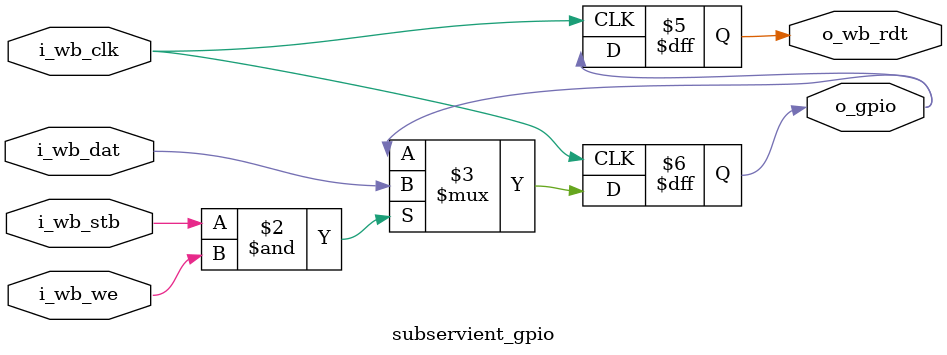
<source format=v>
module subservient_gpio
  (input wire i_wb_clk,
   input wire i_wb_dat,
   input wire i_wb_we,
   input wire i_wb_stb,
   output reg o_wb_rdt,
   output reg o_gpio);

   always @(posedge i_wb_clk) begin
      o_wb_rdt <= o_gpio;
      if (i_wb_stb & i_wb_we)
	o_gpio <= i_wb_dat;
   end
endmodule

</source>
